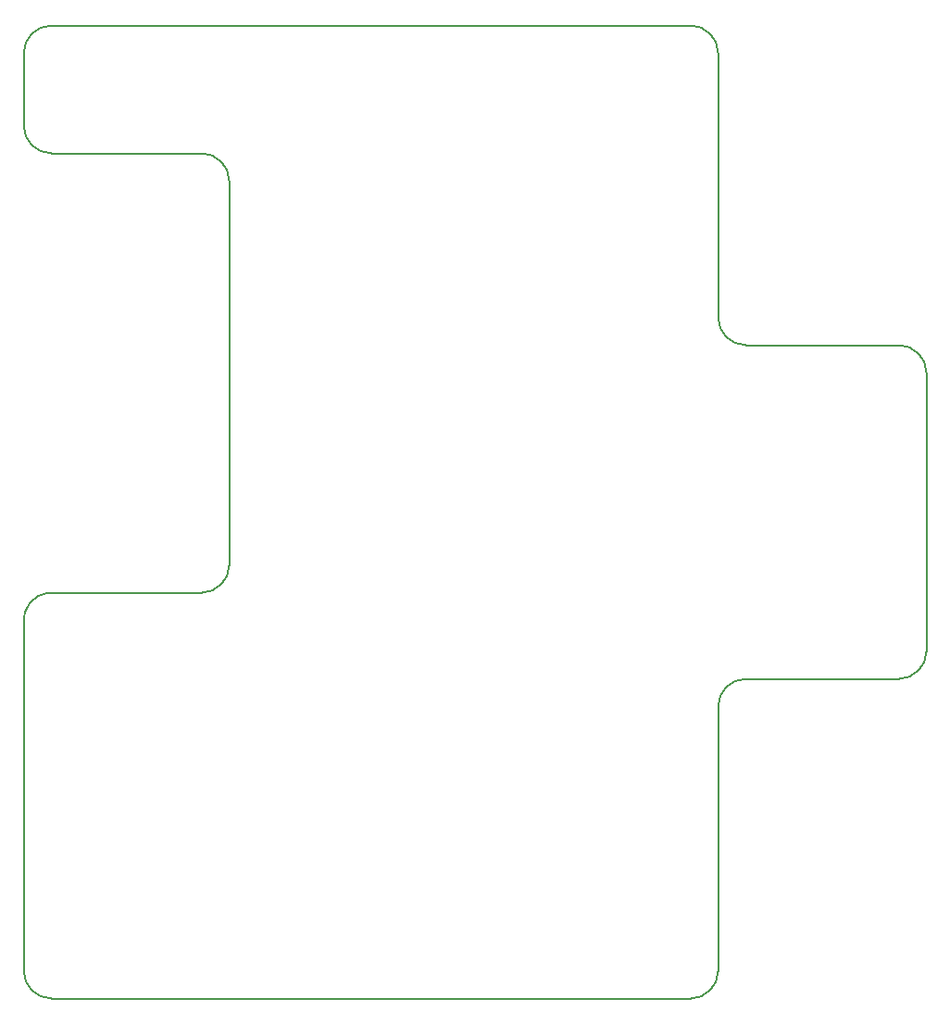
<source format=gm1>
%TF.GenerationSoftware,KiCad,Pcbnew,5.1.7-a382d34a8~87~ubuntu18.04.1*%
%TF.CreationDate,2021-05-06T09:45:46-07:00*%
%TF.ProjectId,multiplexer,6d756c74-6970-46c6-9578-65722e6b6963,rev?*%
%TF.SameCoordinates,Original*%
%TF.FileFunction,Profile,NP*%
%FSLAX46Y46*%
G04 Gerber Fmt 4.6, Leading zero omitted, Abs format (unit mm)*
G04 Created by KiCad (PCBNEW 5.1.7-a382d34a8~87~ubuntu18.04.1) date 2021-05-06 09:45:46*
%MOMM*%
%LPD*%
G01*
G04 APERTURE LIST*
%TA.AperFunction,Profile*%
%ADD10C,0.200000*%
%TD*%
G04 APERTURE END LIST*
D10*
X156210000Y-135890000D02*
X142240000Y-135890000D01*
X158750000Y-107950000D02*
X158750000Y-133350000D01*
X142240000Y-105410000D02*
X156210000Y-105410000D01*
X156210000Y-135890000D02*
G75*
G03*
X158750000Y-133350000I0J2540000D01*
G01*
X158750000Y-107950000D02*
G75*
G03*
X156210000Y-105410000I-2540000J0D01*
G01*
X139700000Y-138430000D02*
X139700000Y-162560000D01*
X139700000Y-78740000D02*
X139700000Y-102870000D01*
X142240000Y-135890000D02*
G75*
G03*
X139700000Y-138430000I0J-2540000D01*
G01*
X139700000Y-102870000D02*
G75*
G03*
X142240000Y-105410000I2540000J0D01*
G01*
X92456000Y-128016000D02*
X78486000Y-128016000D01*
X94996000Y-90424000D02*
X94996000Y-125476000D01*
X78740000Y-87884000D02*
X92456000Y-87884000D01*
X76200000Y-130810000D02*
X76200000Y-162560000D01*
X137160000Y-165100000D02*
X78740000Y-165100000D01*
X78740000Y-76200000D02*
X137160000Y-76200000D01*
X76200000Y-78740000D02*
X76200000Y-85344000D01*
X92456000Y-128016000D02*
G75*
G03*
X94996000Y-125476000I0J2540000D01*
G01*
X94996000Y-90424000D02*
G75*
G03*
X92456000Y-87884000I-2540000J0D01*
G01*
X76200000Y-85344000D02*
G75*
G03*
X78740000Y-87884000I2540000J0D01*
G01*
X78486000Y-128016000D02*
G75*
G03*
X76200000Y-130810000I254000J-2540000D01*
G01*
X76200000Y-162560000D02*
G75*
G03*
X78740000Y-165100000I2540000J0D01*
G01*
X137160000Y-165100000D02*
G75*
G03*
X139700000Y-162560000I0J2540000D01*
G01*
X139700000Y-78740000D02*
G75*
G03*
X137160000Y-76200000I-2540000J0D01*
G01*
X78740000Y-76200000D02*
G75*
G03*
X76200000Y-78740000I0J-2540000D01*
G01*
M02*

</source>
